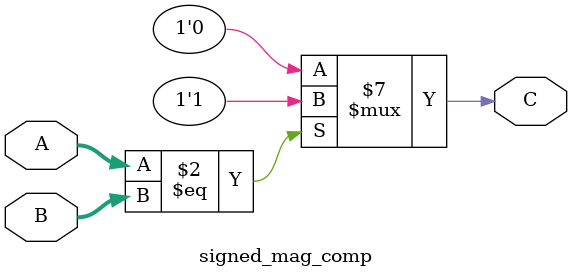
<source format=v>

module top_module (
    input signed [3:0] A,
    input signed [3:0] B,
    input sel,
    output reg C
);

    wire signed [3:0] mux_output;
    wire signed [0:0] mag_comp_output;

    mux_2to1 mux (
        .in({A, B}),
        .sel(sel),
        .out(mux_output)
    );

    signed_mag_comp mag_comp (
        .A(A),
        .B(B),
        .C(mag_comp_output)
    );

    always @(*) begin
        if (sel == 0) begin
            if (mag_comp_output == 1'b1) begin
                C <= 1'b1;
            end else if (A > B) begin
                C <= 1'b0;
            end else begin
                C <= 1'b0;
            end
        end else begin
            C <= mux_output;
        end
    end

endmodule

module mux_2to1 (
    input [7:0] in,
    input sel,
    output reg [3:0] out
);

    always @(in, sel) begin
        case (sel)
            1'b0: out <= in[3:0];
            1'b1: out <= in[7:4];
            default: out <= in[3:0];
        endcase
    end

endmodule

module signed_mag_comp (
    input signed [3:0] A,
    input signed [3:0] B,
    output reg [0:0] C
);

    always @(A, B) begin
        if (A == B) begin
            C <= 1'b1;
        end else if (A > B) begin
            C <= 1'b0;
        end else begin
            C <= 1'b0;
        end
    end

endmodule

</source>
